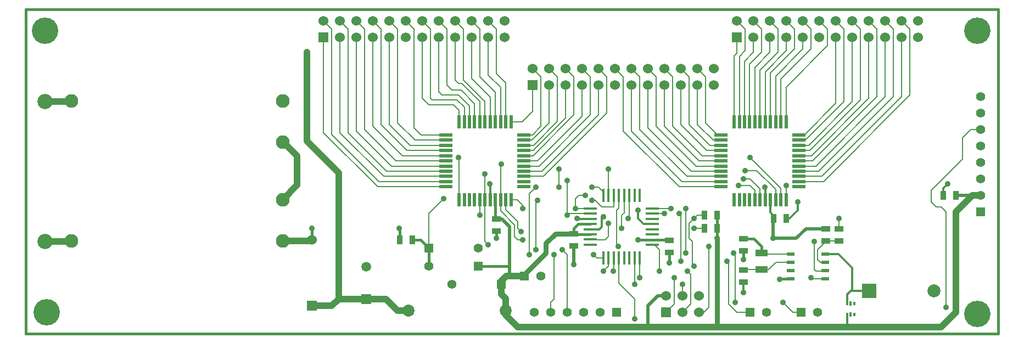
<source format=gtl>
G04 (created by PCBNEW-RS274X (2011-04-29 BZR 2986)-stable) date 5/31/2011 9:18:06 PM*
G01*
G70*
G90*
%MOIN*%
G04 Gerber Fmt 3.4, Leading zero omitted, Abs format*
%FSLAX34Y34*%
G04 APERTURE LIST*
%ADD10C,0.006000*%
%ADD11C,0.015000*%
%ADD12C,0.083500*%
%ADD13R,0.055000X0.035000*%
%ADD14R,0.055000X0.055000*%
%ADD15C,0.055000*%
%ADD16C,0.073200*%
%ADD17R,0.019600X0.078700*%
%ADD18R,0.078700X0.019600*%
%ADD19R,0.060000X0.060000*%
%ADD20C,0.060000*%
%ADD21R,0.056000X0.056000*%
%ADD22C,0.056000*%
%ADD23R,0.059100X0.059100*%
%ADD24C,0.059100*%
%ADD25R,0.078700X0.017700*%
%ADD26R,0.017700X0.078700*%
%ADD27R,0.035000X0.055000*%
%ADD28R,0.045000X0.020000*%
%ADD29R,0.074800X0.043300*%
%ADD30R,0.086600X0.086600*%
%ADD31C,0.078700*%
%ADD32R,0.011800X0.025600*%
%ADD33R,0.014800X0.019700*%
%ADD34C,0.160000*%
%ADD35C,0.092500*%
%ADD36C,0.035000*%
%ADD37C,0.040000*%
%ADD38C,0.012000*%
%ADD39C,0.020000*%
%ADD40C,0.016000*%
%ADD41C,0.030000*%
%ADD42C,0.008000*%
G04 APERTURE END LIST*
G54D10*
G54D11*
X64567Y-25591D02*
X64567Y-05906D01*
X05512Y-25591D02*
X64567Y-25591D01*
X05512Y-05906D02*
X05512Y-25591D01*
X05512Y-05906D02*
X64567Y-05906D01*
G54D12*
X08283Y-19952D03*
X21117Y-17452D03*
X21117Y-13948D03*
X21117Y-11448D03*
X08283Y-11448D03*
X21117Y-19952D03*
G54D13*
X49100Y-22475D03*
X49100Y-21725D03*
X49100Y-20575D03*
X49100Y-19825D03*
G54D14*
X63500Y-18200D03*
G54D15*
X63500Y-17200D03*
X63500Y-16200D03*
X63500Y-15200D03*
X63500Y-14200D03*
X63500Y-13200D03*
X63500Y-12200D03*
X63500Y-11200D03*
G54D14*
X41400Y-24300D03*
G54D15*
X40400Y-24300D03*
X39400Y-24300D03*
X38400Y-24300D03*
X37400Y-24300D03*
X36400Y-24300D03*
G54D14*
X49500Y-24300D03*
G54D15*
X50500Y-24300D03*
G54D14*
X52600Y-24300D03*
G54D15*
X53600Y-24300D03*
G54D16*
X34653Y-24200D03*
X28747Y-24200D03*
G54D17*
X34974Y-12738D03*
X34659Y-12738D03*
X34344Y-12738D03*
X34029Y-12738D03*
X33714Y-12738D03*
X33400Y-12738D03*
X33086Y-12738D03*
X32771Y-12738D03*
X32456Y-12738D03*
X32141Y-12738D03*
X31826Y-12738D03*
G54D18*
X31038Y-13526D03*
X31038Y-13841D03*
X31038Y-14156D03*
X31038Y-14471D03*
X31038Y-14786D03*
X31038Y-15100D03*
X31038Y-15414D03*
X31038Y-15729D03*
X31038Y-16044D03*
X31038Y-16359D03*
X31038Y-16674D03*
G54D17*
X31826Y-17462D03*
X32141Y-17462D03*
X32456Y-17462D03*
X32771Y-17462D03*
X33086Y-17462D03*
X33400Y-17462D03*
X33714Y-17462D03*
X34029Y-17462D03*
X34344Y-17462D03*
X34659Y-17462D03*
X34974Y-17462D03*
G54D18*
X35762Y-16674D03*
X35762Y-16359D03*
X35762Y-16044D03*
X35762Y-15729D03*
X35762Y-15414D03*
X35762Y-15100D03*
X35762Y-14786D03*
X35762Y-14471D03*
X35762Y-14156D03*
X35762Y-13841D03*
X35762Y-13526D03*
G54D17*
X51674Y-12738D03*
X51359Y-12738D03*
X51044Y-12738D03*
X50729Y-12738D03*
X50414Y-12738D03*
X50100Y-12738D03*
X49786Y-12738D03*
X49471Y-12738D03*
X49156Y-12738D03*
X48841Y-12738D03*
X48526Y-12738D03*
G54D18*
X47738Y-13526D03*
X47738Y-13841D03*
X47738Y-14156D03*
X47738Y-14471D03*
X47738Y-14786D03*
X47738Y-15100D03*
X47738Y-15414D03*
X47738Y-15729D03*
X47738Y-16044D03*
X47738Y-16359D03*
X47738Y-16674D03*
G54D17*
X48526Y-17462D03*
X48841Y-17462D03*
X49156Y-17462D03*
X49471Y-17462D03*
X49786Y-17462D03*
X50100Y-17462D03*
X50414Y-17462D03*
X50729Y-17462D03*
X51044Y-17462D03*
X51359Y-17462D03*
X51674Y-17462D03*
G54D18*
X52462Y-16674D03*
X52462Y-16359D03*
X52462Y-16044D03*
X52462Y-15729D03*
X52462Y-15414D03*
X52462Y-15100D03*
X52462Y-14786D03*
X52462Y-14471D03*
X52462Y-14156D03*
X52462Y-13841D03*
X52462Y-13526D03*
G54D19*
X44400Y-24300D03*
G54D20*
X44400Y-23300D03*
X45400Y-24300D03*
X45400Y-23300D03*
X46400Y-24300D03*
X46400Y-23300D03*
G54D19*
X22900Y-23900D03*
G54D20*
X22900Y-19900D03*
G54D21*
X30000Y-20400D03*
G54D22*
X33000Y-20400D03*
G54D21*
X33000Y-21500D03*
G54D22*
X30000Y-21500D03*
G54D21*
X34400Y-22600D03*
G54D22*
X31400Y-22600D03*
G54D23*
X26200Y-23484D03*
G54D24*
X26200Y-21516D03*
G54D14*
X35800Y-22100D03*
G54D15*
X36800Y-22100D03*
G54D25*
X39804Y-20193D03*
X39804Y-19878D03*
X39804Y-19563D03*
X39804Y-19248D03*
X39804Y-18933D03*
X39804Y-18618D03*
X39804Y-18303D03*
X39804Y-17988D03*
X43570Y-17990D03*
X43570Y-20200D03*
X43570Y-19880D03*
X43570Y-19560D03*
X43570Y-19250D03*
X43570Y-18930D03*
X43570Y-18620D03*
X43570Y-18300D03*
G54D26*
X40588Y-17200D03*
X40902Y-17200D03*
X41218Y-17200D03*
X41532Y-17200D03*
X41848Y-17200D03*
X42162Y-17200D03*
X42478Y-17200D03*
X42792Y-17200D03*
X40590Y-20980D03*
X40900Y-20980D03*
X41220Y-20980D03*
X41530Y-20980D03*
X41840Y-20980D03*
X42160Y-20980D03*
X42480Y-20980D03*
X42800Y-20980D03*
G54D27*
X28225Y-19900D03*
X28975Y-19900D03*
G54D13*
X54900Y-19225D03*
X54900Y-19975D03*
X54100Y-19975D03*
X54100Y-19225D03*
G54D27*
X46725Y-19200D03*
X47475Y-19200D03*
X46725Y-18400D03*
X47475Y-18400D03*
G54D13*
X34100Y-18625D03*
X34100Y-19375D03*
G54D27*
X50925Y-18600D03*
X51675Y-18600D03*
G54D13*
X38800Y-19525D03*
X38800Y-20275D03*
G54D27*
X61975Y-17200D03*
X61225Y-17200D03*
G54D28*
X54050Y-20750D03*
X51950Y-20750D03*
X54050Y-21250D03*
X54050Y-21750D03*
X54050Y-22250D03*
X51950Y-21250D03*
X51950Y-21750D03*
X51950Y-22250D03*
G54D19*
X23600Y-07600D03*
G54D20*
X23600Y-06600D03*
X24600Y-07600D03*
X24600Y-06600D03*
X25600Y-07600D03*
X25600Y-06600D03*
X26600Y-07600D03*
X26600Y-06600D03*
X27600Y-07600D03*
X27600Y-06600D03*
X28600Y-07600D03*
X28600Y-06600D03*
X29600Y-07600D03*
X29600Y-06600D03*
X30600Y-07600D03*
X30600Y-06600D03*
X31600Y-07600D03*
X31600Y-06600D03*
X32600Y-07600D03*
X32600Y-06600D03*
X33600Y-07600D03*
X33600Y-06600D03*
X34600Y-07600D03*
X34600Y-06600D03*
G54D19*
X36300Y-10500D03*
G54D20*
X36300Y-09500D03*
X37300Y-10500D03*
X37300Y-09500D03*
X38300Y-10500D03*
X38300Y-09500D03*
X39300Y-10500D03*
X39300Y-09500D03*
X40300Y-10500D03*
X40300Y-09500D03*
X41300Y-10500D03*
X41300Y-09500D03*
X42300Y-10500D03*
X42300Y-09500D03*
X43300Y-10500D03*
X43300Y-09500D03*
X44300Y-10500D03*
X44300Y-09500D03*
X45300Y-10500D03*
X45300Y-09500D03*
X46300Y-10500D03*
X46300Y-09500D03*
X47300Y-10500D03*
X47300Y-09500D03*
G54D19*
X48700Y-07600D03*
G54D20*
X48700Y-06600D03*
X49700Y-07600D03*
X49700Y-06600D03*
X50700Y-07600D03*
X50700Y-06600D03*
X51700Y-07600D03*
X51700Y-06600D03*
X52700Y-07600D03*
X52700Y-06600D03*
X53700Y-07600D03*
X53700Y-06600D03*
X54700Y-07600D03*
X54700Y-06600D03*
X55700Y-07600D03*
X55700Y-06600D03*
X56700Y-07600D03*
X56700Y-06600D03*
X57700Y-07600D03*
X57700Y-06600D03*
X58700Y-07600D03*
X58700Y-06600D03*
X59700Y-07600D03*
X59700Y-06600D03*
G54D29*
X50200Y-20708D03*
X50200Y-21692D03*
G54D30*
X56731Y-23000D03*
G54D31*
X60669Y-23000D03*
G54D32*
X55600Y-23765D03*
X55600Y-24435D03*
G54D33*
X55812Y-24435D03*
X55388Y-24435D03*
X55388Y-23765D03*
X55812Y-23765D03*
G54D34*
X63300Y-07200D03*
X63300Y-24400D03*
G54D13*
X44600Y-19925D03*
X44600Y-20675D03*
G54D34*
X06800Y-24300D03*
X06700Y-07200D03*
G54D35*
X06700Y-20000D03*
X06700Y-11500D03*
G54D36*
X22600Y-08500D03*
X50900Y-19800D03*
X42700Y-19900D03*
X47500Y-19800D03*
X35700Y-18000D03*
X39500Y-17200D03*
X38900Y-18000D03*
X51700Y-16600D03*
X41200Y-21800D03*
X49100Y-16200D03*
X33400Y-15900D03*
X33600Y-20200D03*
X35600Y-19400D03*
X40000Y-20800D03*
X34400Y-15300D03*
X49200Y-15700D03*
X35700Y-19900D03*
X40600Y-21800D03*
X45300Y-21200D03*
X48100Y-21200D03*
X45200Y-18300D03*
X44300Y-18300D03*
X44700Y-18000D03*
X51500Y-23700D03*
X48600Y-23700D03*
X48500Y-20700D03*
X45600Y-20700D03*
X45600Y-18000D03*
X44900Y-22200D03*
X42800Y-22200D03*
X45400Y-22600D03*
X42500Y-22600D03*
X33100Y-18400D03*
X38400Y-18400D03*
X38400Y-16300D03*
X48800Y-16600D03*
X39900Y-16700D03*
X30900Y-17400D03*
X41500Y-20300D03*
X47000Y-20300D03*
X36500Y-20500D03*
X39900Y-17500D03*
X38100Y-20500D03*
X36600Y-17500D03*
X45700Y-21800D03*
X44000Y-21800D03*
X40900Y-15600D03*
X36100Y-20800D03*
X36500Y-16700D03*
X37600Y-20800D03*
X37900Y-15600D03*
X37900Y-16700D03*
X42500Y-24700D03*
X61400Y-24000D03*
X44600Y-21300D03*
X50400Y-16700D03*
X52400Y-17600D03*
X42700Y-18100D03*
X34100Y-19800D03*
X38800Y-21400D03*
X49100Y-21100D03*
X51300Y-22300D03*
X40600Y-18500D03*
X39000Y-18600D03*
X61500Y-16500D03*
X49100Y-23100D03*
X33700Y-16500D03*
X31800Y-14900D03*
X49500Y-14900D03*
X46100Y-21500D03*
X53200Y-22200D03*
X46100Y-18600D03*
X42100Y-18600D03*
X22900Y-19200D03*
X28200Y-19200D03*
X40900Y-18900D03*
X54900Y-18600D03*
X53400Y-20000D03*
X46100Y-19200D03*
X41700Y-19200D03*
G54D37*
X26200Y-23484D02*
X27384Y-23484D01*
X27384Y-23484D02*
X28100Y-24200D01*
X22900Y-23900D02*
X24100Y-23900D01*
X24516Y-23484D02*
X24600Y-23484D01*
X24600Y-23484D02*
X26200Y-23484D01*
X24100Y-23900D02*
X24516Y-23484D01*
X24516Y-23484D02*
X24516Y-15816D01*
X28100Y-24200D02*
X28747Y-24200D01*
X24516Y-15816D02*
X22600Y-13900D01*
X22600Y-13900D02*
X22600Y-08500D01*
G54D38*
X50925Y-18600D02*
X50925Y-18425D01*
X50729Y-18229D02*
X50729Y-17462D01*
X50925Y-18425D02*
X50729Y-18229D01*
G54D39*
X50900Y-19800D02*
X50900Y-18625D01*
X50900Y-18625D02*
X50925Y-18600D01*
X52875Y-19225D02*
X54100Y-19225D01*
X52300Y-19800D02*
X52875Y-19225D01*
G54D40*
X39067Y-18933D02*
X39804Y-18933D01*
X43570Y-19880D02*
X42720Y-19880D01*
X42720Y-19880D02*
X42700Y-19900D01*
X47475Y-19200D02*
X47475Y-18400D01*
X47500Y-19800D02*
X47500Y-19225D01*
X47500Y-19225D02*
X47475Y-19200D01*
X34900Y-21500D02*
X33000Y-21500D01*
X43570Y-19880D02*
X44555Y-19880D01*
X44555Y-19880D02*
X44600Y-19925D01*
G54D41*
X47500Y-25200D02*
X47500Y-19800D01*
G54D39*
X61975Y-17200D02*
X63000Y-17200D01*
G54D37*
X55600Y-25200D02*
X61100Y-25200D01*
X55400Y-25200D02*
X55600Y-25200D01*
X63000Y-17200D02*
X63500Y-17200D01*
X62000Y-18200D02*
X63000Y-17200D01*
X62000Y-24300D02*
X62000Y-18200D01*
X61100Y-25200D02*
X62000Y-24300D01*
G54D39*
X34100Y-18625D02*
X34425Y-18625D01*
X34900Y-19100D02*
X34900Y-21500D01*
X34900Y-21500D02*
X34900Y-22100D01*
X34425Y-18625D02*
X34900Y-19100D01*
G54D40*
X34029Y-17462D02*
X34029Y-18554D01*
X34029Y-18554D02*
X34100Y-18625D01*
G54D38*
X55388Y-24435D02*
X55388Y-25200D01*
X55388Y-25200D02*
X55400Y-25200D01*
G54D39*
X44400Y-23300D02*
X43900Y-23300D01*
X43300Y-23900D02*
X43300Y-25200D01*
X43900Y-23300D02*
X43300Y-23900D01*
G54D37*
X34653Y-24200D02*
X34653Y-24453D01*
X35400Y-25200D02*
X43300Y-25200D01*
X43300Y-25200D02*
X47500Y-25200D01*
X47500Y-25200D02*
X55400Y-25200D01*
X34653Y-24453D02*
X35400Y-25200D01*
X34400Y-22400D02*
X34700Y-22100D01*
X34700Y-22100D02*
X34900Y-22100D01*
X34400Y-22600D02*
X34400Y-22400D01*
X34653Y-24200D02*
X34653Y-23453D01*
X34400Y-23200D02*
X34400Y-22600D01*
X34653Y-23453D02*
X34400Y-23200D01*
X34900Y-22100D02*
X35800Y-22100D01*
G54D40*
X38838Y-19563D02*
X38800Y-19525D01*
X39804Y-19563D02*
X38838Y-19563D01*
G54D41*
X35800Y-22000D02*
X37100Y-20700D01*
X37100Y-20700D02*
X37100Y-20100D01*
X37100Y-20100D02*
X37675Y-19525D01*
X37675Y-19525D02*
X38800Y-19525D01*
X35800Y-22100D02*
X35800Y-22000D01*
G54D39*
X50900Y-19800D02*
X52300Y-19800D01*
G54D40*
X38800Y-19525D02*
X38800Y-19200D01*
X38800Y-19200D02*
X39067Y-18933D01*
G54D42*
X35700Y-17800D02*
X35700Y-18000D01*
X35362Y-17462D02*
X35700Y-17800D01*
X34974Y-17462D02*
X35362Y-17462D01*
X38900Y-18000D02*
X38912Y-17988D01*
X51674Y-17462D02*
X51674Y-16626D01*
X38900Y-17400D02*
X38900Y-18000D01*
X39100Y-17200D02*
X38900Y-17400D01*
X39500Y-17200D02*
X39100Y-17200D01*
X51674Y-16626D02*
X51700Y-16600D01*
X38912Y-17988D02*
X39804Y-17988D01*
X41220Y-21780D02*
X41200Y-21800D01*
X33400Y-15900D02*
X33400Y-17462D01*
X50100Y-17462D02*
X50100Y-16800D01*
X50100Y-16800D02*
X49500Y-16200D01*
X49500Y-16200D02*
X49100Y-16200D01*
X41220Y-20980D02*
X41220Y-21780D01*
X33600Y-20200D02*
X33400Y-20000D01*
X33400Y-20000D02*
X33400Y-17462D01*
X35400Y-18800D02*
X34659Y-18059D01*
X35400Y-19200D02*
X35400Y-18800D01*
X35600Y-19400D02*
X35400Y-19200D01*
X40180Y-20980D02*
X40000Y-20800D01*
X34659Y-18059D02*
X34659Y-17462D01*
X40590Y-20980D02*
X40180Y-20980D01*
X51044Y-17462D02*
X51044Y-16844D01*
X34344Y-15356D02*
X34344Y-17462D01*
X34400Y-15300D02*
X34344Y-15356D01*
X49900Y-15700D02*
X49200Y-15700D01*
X51044Y-16844D02*
X49900Y-15700D01*
X40600Y-21800D02*
X40900Y-21500D01*
X35400Y-19900D02*
X35200Y-19700D01*
X35200Y-19000D02*
X34344Y-18144D01*
X35700Y-19900D02*
X35400Y-19900D01*
X34344Y-18144D02*
X34344Y-17462D01*
X35200Y-19700D02*
X35200Y-19000D01*
X40900Y-21500D02*
X40900Y-20980D01*
X34344Y-17462D02*
X34344Y-18144D01*
X34344Y-18144D02*
X34344Y-17462D01*
X43570Y-18300D02*
X44300Y-18300D01*
X48100Y-21200D02*
X48200Y-21300D01*
X48200Y-21300D02*
X48200Y-23800D01*
X48200Y-23800D02*
X48700Y-24300D01*
X48700Y-24300D02*
X49500Y-24300D01*
X45300Y-18400D02*
X45300Y-21200D01*
X45200Y-18300D02*
X45300Y-18400D01*
X44690Y-17990D02*
X44700Y-18000D01*
X43570Y-17990D02*
X44690Y-17990D01*
X52100Y-24300D02*
X52600Y-24300D01*
X48600Y-20800D02*
X48600Y-23700D01*
X48500Y-20700D02*
X48600Y-20800D01*
X51500Y-23700D02*
X52100Y-24300D01*
X45600Y-18000D02*
X45600Y-20700D01*
X42800Y-20980D02*
X42800Y-22200D01*
X44900Y-23800D02*
X44400Y-24300D01*
X44900Y-22200D02*
X44900Y-23800D01*
X42480Y-22580D02*
X42500Y-22600D01*
X42480Y-20980D02*
X42480Y-22580D01*
X45400Y-22600D02*
X45400Y-23300D01*
X49500Y-16600D02*
X48800Y-16600D01*
X38400Y-18400D02*
X38497Y-18303D01*
X38400Y-16300D02*
X38400Y-18400D01*
X49786Y-17462D02*
X49786Y-16886D01*
X33086Y-17462D02*
X33086Y-18386D01*
X49786Y-16886D02*
X49500Y-16600D01*
X38497Y-18303D02*
X39804Y-18303D01*
X33086Y-18386D02*
X33100Y-18400D01*
X40588Y-17200D02*
X40588Y-16988D01*
X30000Y-18300D02*
X30000Y-20400D01*
X30900Y-17400D02*
X30000Y-18300D01*
G54D40*
X30000Y-21500D02*
X30000Y-20400D01*
G54D42*
X40300Y-16700D02*
X39900Y-16700D01*
X40588Y-16988D02*
X40300Y-16700D01*
G54D40*
X28975Y-19900D02*
X29500Y-19900D01*
X29500Y-19900D02*
X30000Y-20400D01*
G54D42*
X41500Y-20300D02*
X41400Y-20200D01*
X41400Y-20200D02*
X41400Y-18100D01*
X41400Y-18100D02*
X41532Y-17968D01*
X46400Y-24300D02*
X46700Y-24300D01*
X41532Y-17968D02*
X41532Y-17200D01*
X47000Y-24000D02*
X47000Y-20300D01*
X46700Y-24300D02*
X47000Y-24000D01*
X41200Y-17900D02*
X40500Y-17900D01*
X41218Y-17882D02*
X41200Y-17900D01*
X36500Y-17600D02*
X36500Y-20500D01*
X38100Y-20500D02*
X38400Y-20800D01*
X38400Y-20800D02*
X38400Y-24300D01*
X41218Y-17200D02*
X41218Y-17882D01*
X36600Y-17500D02*
X36500Y-17600D01*
X40100Y-17500D02*
X39900Y-17500D01*
X40500Y-17900D02*
X40100Y-17500D01*
X45900Y-22000D02*
X45900Y-23800D01*
X45900Y-23800D02*
X45400Y-24300D01*
X43570Y-20200D02*
X43700Y-20200D01*
X43700Y-20200D02*
X44000Y-20500D01*
X44000Y-20500D02*
X44000Y-21800D01*
X45700Y-21800D02*
X45900Y-22000D01*
X40902Y-15602D02*
X40900Y-15600D01*
X36100Y-17100D02*
X36100Y-20800D01*
X37900Y-15600D02*
X37900Y-16700D01*
X37600Y-23500D02*
X37400Y-23700D01*
X37600Y-20800D02*
X37600Y-23500D01*
X37400Y-23700D02*
X37400Y-24300D01*
X40902Y-17200D02*
X40902Y-15602D01*
X36500Y-16700D02*
X36100Y-17100D01*
X42500Y-23500D02*
X42500Y-24700D01*
X41530Y-22530D02*
X42500Y-23500D01*
X41530Y-20980D02*
X41530Y-22530D01*
X62900Y-13200D02*
X63500Y-13200D01*
X62400Y-13700D02*
X62900Y-13200D01*
X61100Y-17900D02*
X60800Y-17900D01*
X60800Y-17900D02*
X60500Y-17600D01*
X62400Y-15000D02*
X62400Y-13700D01*
X60500Y-17600D02*
X60500Y-16900D01*
X60500Y-16900D02*
X62400Y-15000D01*
X61400Y-18200D02*
X61100Y-17900D01*
X61400Y-24000D02*
X61400Y-18200D01*
G54D40*
X44600Y-20675D02*
X44600Y-21300D01*
G54D38*
X50414Y-17462D02*
X50414Y-16714D01*
X50414Y-16714D02*
X50400Y-16700D01*
X51675Y-18600D02*
X51900Y-18600D01*
X52400Y-18100D02*
X52400Y-17600D01*
X51900Y-18600D02*
X52400Y-18100D01*
X43570Y-18930D02*
X43030Y-18930D01*
X42700Y-18600D02*
X42700Y-18100D01*
X43030Y-18930D02*
X42700Y-18600D01*
G54D40*
X34100Y-19375D02*
X34100Y-19800D01*
G54D39*
X38800Y-20275D02*
X38800Y-21400D01*
G54D40*
X49100Y-20575D02*
X49100Y-21100D01*
X51950Y-22250D02*
X51350Y-22250D01*
X51350Y-22250D02*
X51300Y-22300D01*
G54D38*
X39804Y-19248D02*
X40352Y-19248D01*
X40500Y-18600D02*
X40600Y-18500D01*
X40500Y-19100D02*
X40500Y-18600D01*
X40352Y-19248D02*
X40500Y-19100D01*
X49100Y-22475D02*
X49100Y-23100D01*
X61225Y-16775D02*
X61500Y-16500D01*
X39804Y-18618D02*
X39018Y-18618D01*
X39018Y-18618D02*
X39000Y-18600D01*
X61225Y-17200D02*
X61225Y-16775D01*
X33714Y-17462D02*
X33714Y-16514D01*
X33714Y-16514D02*
X33700Y-16500D01*
G54D42*
X45174Y-16674D02*
X41800Y-13300D01*
X47738Y-16674D02*
X45174Y-16674D01*
X41800Y-10000D02*
X41300Y-09500D01*
X41800Y-13300D02*
X41800Y-10000D01*
X46800Y-10000D02*
X46300Y-09500D01*
X46800Y-12800D02*
X46800Y-10000D01*
X47526Y-13526D02*
X46800Y-12800D01*
X47738Y-13526D02*
X47526Y-13526D01*
X42800Y-13200D02*
X42800Y-10000D01*
X45644Y-16044D02*
X42800Y-13200D01*
X47738Y-16044D02*
X45644Y-16044D01*
X42800Y-10000D02*
X42300Y-09500D01*
X46214Y-15414D02*
X43800Y-13000D01*
X47738Y-15414D02*
X46214Y-15414D01*
X43800Y-10000D02*
X43300Y-09500D01*
X43800Y-13000D02*
X43800Y-10000D01*
X46586Y-14786D02*
X44800Y-13000D01*
X47738Y-14786D02*
X46586Y-14786D01*
X44800Y-10000D02*
X44300Y-09500D01*
X44800Y-13000D02*
X44800Y-10000D01*
X46871Y-14471D02*
X45300Y-12900D01*
X47738Y-14471D02*
X46871Y-14471D01*
X45300Y-12900D02*
X45300Y-10500D01*
X47056Y-14156D02*
X45800Y-12900D01*
X47738Y-14156D02*
X47056Y-14156D01*
X45800Y-10000D02*
X45300Y-09500D01*
X45800Y-12900D02*
X45800Y-10000D01*
X54200Y-08100D02*
X54200Y-07100D01*
X51674Y-10626D02*
X54200Y-08100D01*
X51674Y-12738D02*
X51674Y-10626D01*
X54200Y-07100D02*
X53700Y-06600D01*
X33714Y-12738D02*
X33714Y-11214D01*
X32600Y-10100D02*
X32600Y-07600D01*
X33714Y-11214D02*
X32600Y-10100D01*
X31600Y-10200D02*
X31600Y-07600D01*
X31800Y-10400D02*
X31600Y-10200D01*
X32000Y-10400D02*
X31800Y-10400D01*
X33086Y-11486D02*
X32000Y-10400D01*
X33086Y-12738D02*
X33086Y-11486D01*
X32456Y-12738D02*
X32456Y-11756D01*
X30600Y-10900D02*
X30600Y-07600D01*
X30800Y-11100D02*
X30600Y-10900D01*
X31800Y-11100D02*
X30800Y-11100D01*
X32456Y-11756D02*
X31800Y-11100D01*
X29600Y-11300D02*
X29600Y-07600D01*
X30000Y-11700D02*
X29600Y-11300D01*
X31500Y-11700D02*
X30000Y-11700D01*
X31826Y-12026D02*
X31500Y-11700D01*
X31826Y-12738D02*
X31826Y-12026D01*
X34344Y-12738D02*
X34344Y-10644D01*
X33600Y-09900D02*
X33600Y-07600D01*
X34344Y-10644D02*
X33600Y-09900D01*
X31038Y-15729D02*
X27429Y-15729D01*
X25100Y-07100D02*
X24600Y-06600D01*
X25100Y-13400D02*
X25100Y-07100D01*
X27429Y-15729D02*
X25100Y-13400D01*
X24100Y-13500D02*
X24100Y-07100D01*
X26959Y-16359D02*
X24100Y-13500D01*
X31038Y-16359D02*
X26959Y-16359D01*
X24100Y-07100D02*
X23600Y-06600D01*
X51359Y-12738D02*
X51359Y-10141D01*
X53200Y-07100D02*
X52700Y-06600D01*
X53200Y-08300D02*
X53200Y-07100D01*
X51359Y-10141D02*
X53200Y-08300D01*
X52200Y-08300D02*
X52200Y-07100D01*
X50729Y-09771D02*
X52200Y-08300D01*
X50729Y-12738D02*
X50729Y-09771D01*
X52200Y-07100D02*
X51700Y-06600D01*
X50100Y-09600D02*
X51200Y-08500D01*
X50100Y-12738D02*
X50100Y-09600D01*
X51200Y-07100D02*
X50700Y-06600D01*
X51200Y-08500D02*
X51200Y-07100D01*
X49471Y-12738D02*
X49471Y-09229D01*
X50200Y-07100D02*
X49700Y-06600D01*
X50200Y-08500D02*
X50200Y-07100D01*
X49471Y-09229D02*
X50200Y-08500D01*
X49200Y-07100D02*
X48700Y-06600D01*
X49200Y-08400D02*
X49200Y-07100D01*
X48841Y-08759D02*
X49200Y-08400D01*
X48841Y-12738D02*
X48841Y-08759D01*
X35762Y-15414D02*
X36686Y-15414D01*
X39800Y-10000D02*
X39300Y-09500D01*
X39800Y-12300D02*
X39800Y-10000D01*
X36686Y-15414D02*
X39800Y-12300D01*
X27714Y-15414D02*
X25600Y-13300D01*
X31038Y-15414D02*
X27714Y-15414D01*
X25600Y-13300D02*
X25600Y-07600D01*
X40800Y-12200D02*
X40800Y-10000D01*
X36956Y-16044D02*
X40800Y-12200D01*
X35762Y-16044D02*
X36956Y-16044D01*
X40800Y-10000D02*
X40300Y-09500D01*
X31038Y-14786D02*
X28386Y-14786D01*
X26600Y-13000D02*
X26600Y-07600D01*
X28386Y-14786D02*
X26600Y-13000D01*
X36800Y-10000D02*
X36300Y-09500D01*
X36800Y-13000D02*
X36800Y-10000D01*
X36274Y-13526D02*
X36800Y-13000D01*
X35762Y-13526D02*
X36274Y-13526D01*
X27600Y-12900D02*
X27600Y-07600D01*
X28856Y-14156D02*
X27600Y-12900D01*
X31038Y-14156D02*
X28856Y-14156D01*
X28100Y-12800D02*
X28100Y-07100D01*
X29141Y-13841D02*
X28100Y-12800D01*
X31038Y-13841D02*
X29141Y-13841D01*
X28100Y-07100D02*
X27600Y-06600D01*
X36344Y-14156D02*
X37800Y-12700D01*
X35762Y-14156D02*
X36344Y-14156D01*
X37800Y-10000D02*
X37300Y-09500D01*
X37800Y-12700D02*
X37800Y-10000D01*
X23600Y-13400D02*
X23600Y-07600D01*
X26874Y-16674D02*
X23600Y-13400D01*
X31038Y-16674D02*
X26874Y-16674D01*
X29100Y-13100D02*
X29100Y-07100D01*
X29526Y-13526D02*
X29100Y-13100D01*
X31038Y-13526D02*
X29526Y-13526D01*
X29100Y-07100D02*
X28600Y-06600D01*
X36314Y-14786D02*
X38800Y-12300D01*
X35762Y-14786D02*
X36314Y-14786D01*
X38800Y-10000D02*
X38300Y-09500D01*
X38800Y-12300D02*
X38800Y-10000D01*
X52859Y-13841D02*
X55200Y-11500D01*
X52462Y-13841D02*
X52859Y-13841D01*
X55200Y-07100D02*
X54700Y-06600D01*
X55200Y-11500D02*
X55200Y-07100D01*
X52462Y-14156D02*
X53044Y-14156D01*
X55700Y-11500D02*
X55700Y-07600D01*
X53044Y-14156D02*
X55700Y-11500D01*
X51359Y-17462D02*
X51359Y-16759D01*
X31826Y-14926D02*
X31826Y-17462D01*
X31800Y-14900D02*
X31826Y-14926D01*
X51359Y-16759D02*
X49500Y-14900D01*
X53129Y-14471D02*
X56200Y-11400D01*
X52462Y-14471D02*
X53129Y-14471D01*
X56200Y-07100D02*
X55700Y-06600D01*
X56200Y-11400D02*
X56200Y-07100D01*
X48700Y-08552D02*
X48700Y-07600D01*
X48526Y-08726D02*
X48700Y-08552D01*
X48526Y-12738D02*
X48526Y-08726D01*
X53214Y-14786D02*
X56700Y-11300D01*
X52462Y-14786D02*
X53214Y-14786D01*
X56700Y-11300D02*
X56700Y-07600D01*
X49700Y-08512D02*
X49700Y-07600D01*
X49156Y-09056D02*
X49700Y-08512D01*
X49156Y-12738D02*
X49156Y-09056D01*
X50700Y-08500D02*
X50700Y-07600D01*
X49786Y-09414D02*
X50700Y-08500D01*
X49786Y-12738D02*
X49786Y-09414D01*
X50414Y-12738D02*
X50414Y-09686D01*
X51700Y-08400D02*
X51700Y-07600D01*
X50414Y-09686D02*
X51700Y-08400D01*
X52700Y-08300D02*
X52700Y-07600D01*
X51044Y-09956D02*
X52700Y-08300D01*
X51044Y-12738D02*
X51044Y-09956D01*
X27244Y-16044D02*
X24600Y-13400D01*
X31038Y-16044D02*
X27244Y-16044D01*
X24600Y-13400D02*
X24600Y-07600D01*
X32141Y-11841D02*
X31700Y-11400D01*
X32141Y-12738D02*
X32141Y-11841D01*
X30100Y-07100D02*
X29600Y-06600D01*
X30100Y-11300D02*
X30100Y-07100D01*
X30200Y-11400D02*
X30100Y-11300D01*
X31700Y-11400D02*
X30200Y-11400D01*
X32771Y-11629D02*
X31942Y-10800D01*
X32771Y-12738D02*
X32771Y-11629D01*
X31100Y-07100D02*
X30600Y-06600D01*
X31100Y-10500D02*
X31100Y-07100D01*
X31400Y-10800D02*
X31100Y-10500D01*
X31942Y-10800D02*
X31400Y-10800D01*
X32100Y-10200D02*
X32100Y-07100D01*
X33400Y-11500D02*
X32100Y-10200D01*
X33400Y-12738D02*
X33400Y-11500D01*
X32100Y-07100D02*
X31600Y-06600D01*
X33100Y-07100D02*
X32600Y-06600D01*
X33100Y-10000D02*
X33100Y-07100D01*
X34029Y-10929D02*
X33100Y-10000D01*
X34029Y-12738D02*
X34029Y-10929D01*
X34100Y-09800D02*
X34100Y-07100D01*
X34659Y-10359D02*
X34100Y-09800D01*
X34659Y-12738D02*
X34659Y-10359D01*
X34100Y-07100D02*
X33600Y-06600D01*
X57200Y-11200D02*
X57200Y-07100D01*
X53300Y-15100D02*
X57200Y-11200D01*
X52462Y-15100D02*
X53300Y-15100D01*
X57200Y-07100D02*
X56700Y-06600D01*
X53486Y-15414D02*
X57700Y-11200D01*
X52462Y-15414D02*
X53486Y-15414D01*
X57700Y-11200D02*
X57700Y-07600D01*
X53671Y-15729D02*
X58200Y-11200D01*
X52462Y-15729D02*
X53671Y-15729D01*
X58200Y-07100D02*
X57700Y-06600D01*
X58200Y-11200D02*
X58200Y-07100D01*
X53856Y-16044D02*
X58700Y-11200D01*
X52462Y-16044D02*
X53856Y-16044D01*
X58700Y-11200D02*
X58700Y-07600D01*
X59200Y-11100D02*
X59200Y-07100D01*
X53941Y-16359D02*
X59200Y-11100D01*
X52462Y-16359D02*
X53941Y-16359D01*
X59200Y-07100D02*
X58700Y-06600D01*
X52774Y-13526D02*
X54700Y-11600D01*
X52462Y-13526D02*
X52774Y-13526D01*
X54700Y-11600D02*
X54700Y-07600D01*
X26100Y-07100D02*
X25600Y-06600D01*
X26100Y-13200D02*
X26100Y-07100D01*
X28000Y-15100D02*
X26100Y-13200D01*
X31038Y-15100D02*
X28000Y-15100D01*
X27100Y-12900D02*
X27100Y-07100D01*
X28671Y-14471D02*
X27100Y-12900D01*
X31038Y-14471D02*
X28671Y-14471D01*
X27100Y-07100D02*
X26600Y-06600D01*
X35662Y-12738D02*
X36300Y-12100D01*
X34974Y-12738D02*
X35662Y-12738D01*
X36300Y-12100D02*
X36300Y-10500D01*
X36259Y-13841D02*
X37300Y-12800D01*
X35762Y-13841D02*
X36259Y-13841D01*
X37300Y-12800D02*
X37300Y-10500D01*
X35762Y-14471D02*
X36329Y-14471D01*
X38300Y-12500D02*
X38300Y-10500D01*
X36329Y-14471D02*
X38300Y-12500D01*
X36600Y-15100D02*
X39300Y-12400D01*
X35762Y-15100D02*
X36600Y-15100D01*
X39300Y-12400D02*
X39300Y-10500D01*
X40300Y-12300D02*
X40300Y-10500D01*
X36871Y-15729D02*
X40300Y-12300D01*
X35762Y-15729D02*
X36871Y-15729D01*
X47738Y-13841D02*
X47241Y-13841D01*
X46300Y-12900D02*
X46300Y-10500D01*
X47241Y-13841D02*
X46300Y-12900D01*
X47738Y-16359D02*
X45359Y-16359D01*
X42300Y-13300D02*
X42300Y-10500D01*
X45359Y-16359D02*
X42300Y-13300D01*
X47738Y-15729D02*
X45929Y-15729D01*
X43300Y-13100D02*
X43300Y-10500D01*
X45929Y-15729D02*
X43300Y-13100D01*
X44300Y-13000D02*
X44300Y-10500D01*
X46400Y-15100D02*
X44300Y-13000D01*
X47738Y-15100D02*
X46400Y-15100D01*
G54D40*
X50200Y-20708D02*
X50200Y-20300D01*
X49725Y-19825D02*
X49100Y-19825D01*
X50200Y-20300D02*
X49725Y-19825D01*
G54D42*
X50242Y-20750D02*
X50200Y-20708D01*
X51950Y-20750D02*
X50242Y-20750D01*
X49133Y-21692D02*
X49100Y-21725D01*
X50200Y-21692D02*
X50608Y-21692D01*
X51050Y-21250D02*
X51950Y-21250D01*
X50608Y-21692D02*
X51050Y-21250D01*
X50200Y-21692D02*
X49133Y-21692D01*
G54D37*
X21117Y-13948D02*
X21148Y-13948D01*
X22000Y-16569D02*
X21117Y-17452D01*
X22000Y-14800D02*
X22000Y-16569D01*
X21148Y-13948D02*
X22000Y-14800D01*
X08235Y-20000D02*
X08283Y-19952D01*
X06700Y-20000D02*
X08235Y-20000D01*
X08231Y-11500D02*
X08283Y-11448D01*
X06700Y-11500D02*
X08231Y-11500D01*
G54D42*
X54050Y-22250D02*
X53250Y-22250D01*
X45800Y-18900D02*
X46100Y-18600D01*
X45800Y-19800D02*
X45800Y-18900D01*
X46000Y-20000D02*
X45800Y-19800D01*
X46000Y-21400D02*
X46000Y-20000D01*
X46100Y-21500D02*
X46000Y-21400D01*
X53250Y-22250D02*
X53200Y-22200D01*
X46300Y-18400D02*
X46725Y-18400D01*
X46100Y-18600D02*
X46300Y-18400D01*
X42162Y-18538D02*
X42100Y-18600D01*
X42162Y-17200D02*
X42162Y-18538D01*
X54100Y-19975D02*
X54100Y-20000D01*
X53750Y-21250D02*
X54050Y-21250D01*
X53600Y-21100D02*
X53750Y-21250D01*
X54100Y-19975D02*
X54900Y-19975D01*
X53600Y-20500D02*
X53600Y-21100D01*
X54100Y-20000D02*
X53600Y-20500D01*
G54D38*
X54050Y-20750D02*
X54850Y-20750D01*
X55700Y-21600D02*
X55700Y-23000D01*
X54850Y-20750D02*
X55700Y-21600D01*
X55388Y-23765D02*
X55388Y-23212D01*
X55600Y-23000D02*
X55700Y-23000D01*
X55700Y-23000D02*
X56731Y-23000D01*
X55388Y-23212D02*
X55550Y-23050D01*
X55550Y-23050D02*
X55600Y-23000D01*
G54D40*
X28225Y-19900D02*
X28225Y-19225D01*
X22900Y-19200D02*
X22900Y-19900D01*
X28225Y-19225D02*
X28200Y-19200D01*
G54D37*
X22848Y-19952D02*
X22900Y-19900D01*
X21117Y-19952D02*
X22848Y-19952D01*
G54D42*
X54900Y-19225D02*
X54900Y-18600D01*
X39826Y-19900D02*
X39804Y-19878D01*
X40700Y-19900D02*
X39826Y-19900D01*
X40900Y-19700D02*
X40700Y-19900D01*
X40900Y-18900D02*
X40900Y-19700D01*
X54000Y-21800D02*
X54050Y-21750D01*
X53500Y-21800D02*
X54000Y-21800D01*
X53400Y-21700D02*
X53500Y-21800D01*
X53400Y-20000D02*
X53400Y-21700D01*
X41848Y-17200D02*
X41848Y-18252D01*
X46100Y-19200D02*
X46725Y-19200D01*
X41700Y-18400D02*
X41700Y-19200D01*
X41848Y-18252D02*
X41700Y-18400D01*
M02*

</source>
